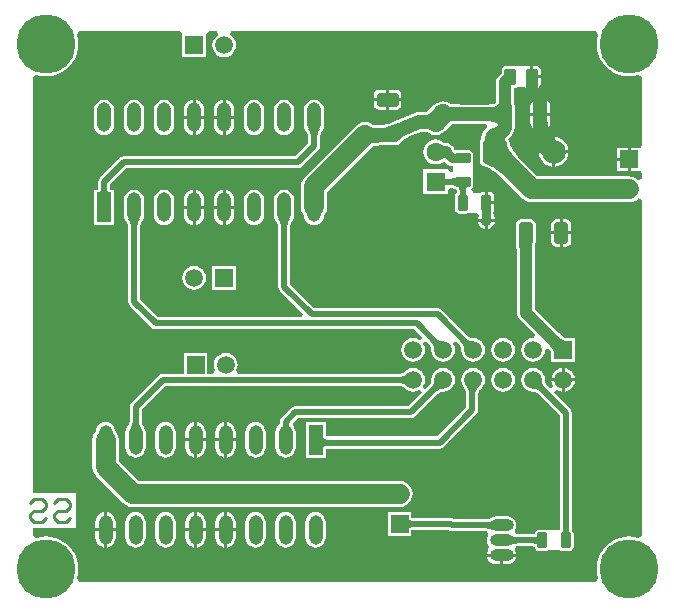
<source format=gbl>
G04 Layer_Physical_Order=2*
G04 Layer_Color=16711680*
%FSLAX44Y44*%
%MOMM*%
G71*
G01*
G75*
G04:AMPARAMS|DCode=10|XSize=1.3mm|YSize=0.8mm|CornerRadius=0.1mm|HoleSize=0mm|Usage=FLASHONLY|Rotation=180.000|XOffset=0mm|YOffset=0mm|HoleType=Round|Shape=RoundedRectangle|*
%AMROUNDEDRECTD10*
21,1,1.3000,0.6000,0,0,180.0*
21,1,1.1000,0.8000,0,0,180.0*
1,1,0.2000,-0.5500,0.3000*
1,1,0.2000,0.5500,0.3000*
1,1,0.2000,0.5500,-0.3000*
1,1,0.2000,-0.5500,-0.3000*
%
%ADD10ROUNDEDRECTD10*%
%ADD12C,1.0000*%
%ADD14C,0.5000*%
%ADD15C,1.7000*%
%ADD16C,0.2540*%
%ADD17C,5.0000*%
%ADD18C,1.6000*%
%ADD19R,1.6000X1.6000*%
%ADD20R,1.5000X1.5000*%
%ADD21C,1.5000*%
%ADD22C,2.0000*%
G04:AMPARAMS|DCode=23|XSize=2mm|YSize=2mm|CornerRadius=0.25mm|HoleSize=0mm|Usage=FLASHONLY|Rotation=0.000|XOffset=0mm|YOffset=0mm|HoleType=Round|Shape=RoundedRectangle|*
%AMROUNDEDRECTD23*
21,1,2.0000,1.5000,0,0,0.0*
21,1,1.5000,2.0000,0,0,0.0*
1,1,0.5000,0.7500,-0.7500*
1,1,0.5000,-0.7500,-0.7500*
1,1,0.5000,-0.7500,0.7500*
1,1,0.5000,0.7500,0.7500*
%
%ADD23ROUNDEDRECTD23*%
%ADD24O,2.0000X1.0000*%
%ADD25O,2.0000X1.0000*%
%ADD26O,1.2000X2.5000*%
%ADD27R,1.2000X2.5000*%
%ADD28R,1.5000X1.5000*%
%ADD29C,0.9000*%
G04:AMPARAMS|DCode=30|XSize=1.8mm|YSize=1.15mm|CornerRadius=0.1437mm|HoleSize=0mm|Usage=FLASHONLY|Rotation=270.000|XOffset=0mm|YOffset=0mm|HoleType=Round|Shape=RoundedRectangle|*
%AMROUNDEDRECTD30*
21,1,1.8000,0.8625,0,0,270.0*
21,1,1.5125,1.1500,0,0,270.0*
1,1,0.2875,-0.4313,-0.7562*
1,1,0.2875,-0.4313,0.7562*
1,1,0.2875,0.4313,0.7562*
1,1,0.2875,0.4313,-0.7562*
%
%ADD30ROUNDEDRECTD30*%
G04:AMPARAMS|DCode=31|XSize=1.3mm|YSize=0.8mm|CornerRadius=0.1mm|HoleSize=0mm|Usage=FLASHONLY|Rotation=270.000|XOffset=0mm|YOffset=0mm|HoleType=Round|Shape=RoundedRectangle|*
%AMROUNDEDRECTD31*
21,1,1.3000,0.6000,0,0,270.0*
21,1,1.1000,0.8000,0,0,270.0*
1,1,0.2000,-0.3000,-0.5500*
1,1,0.2000,-0.3000,0.5500*
1,1,0.2000,0.3000,0.5500*
1,1,0.2000,0.3000,-0.5500*
%
%ADD31ROUNDEDRECTD31*%
G04:AMPARAMS|DCode=32|XSize=1.4mm|YSize=1mm|CornerRadius=0.125mm|HoleSize=0mm|Usage=FLASHONLY|Rotation=270.000|XOffset=0mm|YOffset=0mm|HoleType=Round|Shape=RoundedRectangle|*
%AMROUNDEDRECTD32*
21,1,1.4000,0.7500,0,0,270.0*
21,1,1.1500,1.0000,0,0,270.0*
1,1,0.2500,-0.3750,-0.5750*
1,1,0.2500,-0.3750,0.5750*
1,1,0.2500,0.3750,0.5750*
1,1,0.2500,0.3750,-0.5750*
%
%ADD32ROUNDEDRECTD32*%
G04:AMPARAMS|DCode=33|XSize=1.8mm|YSize=1.15mm|CornerRadius=0.1437mm|HoleSize=0mm|Usage=FLASHONLY|Rotation=0.000|XOffset=0mm|YOffset=0mm|HoleType=Round|Shape=RoundedRectangle|*
%AMROUNDEDRECTD33*
21,1,1.8000,0.8625,0,0,0.0*
21,1,1.5125,1.1500,0,0,0.0*
1,1,0.2875,0.7562,-0.4313*
1,1,0.2875,-0.7562,-0.4313*
1,1,0.2875,-0.7562,0.4313*
1,1,0.2875,0.7562,0.4313*
%
%ADD33ROUNDEDRECTD33*%
%ADD34C,0.8000*%
%ADD35C,1.1500*%
G36*
X337071Y397323D02*
X335444Y396600D01*
X331265Y394403D01*
X330107Y393661D01*
X329066Y392915D01*
X328143Y392164D01*
X327337Y391408D01*
X326648Y390648D01*
X326077Y389883D01*
X317500Y395768D01*
Y389460D01*
X315088Y389451D01*
X304109Y388751D01*
X303775Y388585D01*
Y401835D01*
X304109Y401669D01*
X304673Y401520D01*
X305468Y401389D01*
X306494Y401275D01*
X310958Y401039D01*
X311557Y401031D01*
X312657Y401138D01*
X314142Y401364D01*
X317365Y402087D01*
X319102Y402584D01*
X324817Y404618D01*
X326890Y405477D01*
X337071Y397323D01*
D02*
G37*
G36*
X421806Y429687D02*
X422317Y421140D01*
X422438Y420862D01*
X411473D01*
Y404173D01*
X411014Y404710D01*
X410392Y405191D01*
X409607Y405615D01*
X408659Y405982D01*
X407548Y406293D01*
X406275Y406548D01*
X404839Y406746D01*
X401478Y406972D01*
X399553Y407000D01*
Y418500D01*
X401478Y418528D01*
X404839Y418754D01*
X406275Y418952D01*
X407548Y419207D01*
X408659Y419518D01*
X409607Y419885D01*
X410392Y420309D01*
X411014Y420790D01*
X411252Y421068D01*
X411283Y421140D01*
X411391Y421594D01*
X411487Y422224D01*
X411640Y424010D01*
X411793Y429687D01*
X411800Y431545D01*
X421800D01*
X421806Y429687D01*
D02*
G37*
G36*
X370717Y418714D02*
X371271Y418669D01*
X374942Y418566D01*
X387750Y418500D01*
Y407000D01*
X370497Y406736D01*
Y418764D01*
X370717Y418714D01*
D02*
G37*
G36*
X420866Y397094D02*
X420075Y396289D01*
X417698Y393568D01*
X417300Y393013D01*
X416981Y392507D01*
X416740Y392051D01*
X416577Y391644D01*
X416493Y391288D01*
X406928Y400853D01*
X407284Y400937D01*
X407691Y401100D01*
X408147Y401341D01*
X408653Y401660D01*
X409208Y402059D01*
X410469Y403090D01*
X411929Y404436D01*
X412734Y405226D01*
X420866Y397094D01*
D02*
G37*
G36*
X418298Y387870D02*
X418883Y386220D01*
X419649Y384514D01*
X420597Y382750D01*
X421727Y380930D01*
X423040Y379054D01*
X426210Y375131D01*
X428068Y373085D01*
X430108Y370982D01*
X418088Y358961D01*
X415985Y361001D01*
X410016Y366030D01*
X408139Y367342D01*
X406320Y368473D01*
X404556Y369421D01*
X402850Y370187D01*
X401200Y370771D01*
X399606Y371174D01*
X417896Y389464D01*
X418298Y387870D01*
D02*
G37*
G36*
X353039Y399601D02*
X352694Y399800D01*
X352217Y399978D01*
X351609Y400136D01*
X350870Y400272D01*
X348997Y400482D01*
X346599Y400608D01*
X343676Y400650D01*
Y412150D01*
X345203Y412160D01*
X350870Y412528D01*
X351609Y412664D01*
X352217Y412822D01*
X352694Y413000D01*
X353039Y413199D01*
Y399601D01*
D02*
G37*
G36*
X495485Y479921D02*
X494725Y476755D01*
X494385Y472440D01*
X494725Y468125D01*
X495735Y463916D01*
X497392Y459917D01*
X499653Y456226D01*
X502464Y452934D01*
X505756Y450123D01*
X509447Y447862D01*
X513446Y446205D01*
X517655Y445195D01*
X521970Y444855D01*
X526285Y445195D01*
X529922Y446068D01*
X532922Y444543D01*
Y387312D01*
X532010Y384690D01*
X529922Y384690D01*
X523240D01*
Y374650D01*
Y364610D01*
X529922D01*
X532010Y364610D01*
X532922Y361988D01*
Y357975D01*
X529922Y356956D01*
X529815Y357095D01*
X527518Y358858D01*
X524842Y359967D01*
X521970Y360345D01*
X444415D01*
X429892Y374869D01*
X428147Y376791D01*
X425078Y380587D01*
X423856Y382334D01*
X422805Y384027D01*
X421937Y385641D01*
X421251Y387169D01*
X420741Y388609D01*
X420367Y390088D01*
X420341Y390144D01*
X420280Y390451D01*
X419985Y390891D01*
X419940Y390986D01*
X419894Y391027D01*
X419469Y391664D01*
X419699Y391984D01*
X421820Y394413D01*
X422684Y395276D01*
X424006Y396999D01*
X424837Y399006D01*
X425121Y401160D01*
Y405158D01*
X425127Y405187D01*
Y420312D01*
X424830Y421803D01*
X424365Y429607D01*
Y434927D01*
X425280D01*
X426743Y435218D01*
X427166Y435500D01*
X433822D01*
X434301Y435180D01*
X435780Y434886D01*
X438260D01*
Y444500D01*
Y454114D01*
X435780D01*
X434301Y453820D01*
X433822Y453500D01*
X427166D01*
X426743Y453782D01*
X425280Y454073D01*
X417780D01*
X416317Y453782D01*
X415076Y452954D01*
X414247Y451713D01*
X413956Y450250D01*
Y447625D01*
X411451Y445119D01*
X410249Y443552D01*
X409493Y441728D01*
X409235Y439770D01*
Y429375D01*
X409094Y424153D01*
X408955Y422525D01*
X408939Y422422D01*
X408536Y422204D01*
X407853Y421939D01*
X406954Y421687D01*
X405851Y421467D01*
X404579Y421292D01*
X401373Y421076D01*
X401048Y421071D01*
X383448D01*
X374984Y421115D01*
X371532Y421212D01*
X370037Y422359D01*
X367361Y423467D01*
X364490Y423845D01*
X361618Y423467D01*
X358942Y422359D01*
X356645Y420595D01*
X351255Y415205D01*
X351058Y415154D01*
X350555Y415062D01*
X345302Y414721D01*
X343676D01*
X343089Y414644D01*
X342497Y414637D01*
X342017Y414503D01*
X341522Y414438D01*
X340975Y414211D01*
X340405Y414051D01*
X324062Y407065D01*
X323901Y406998D01*
X318323Y405013D01*
X316735Y404558D01*
X313671Y403870D01*
X312342Y403668D01*
X311450Y403582D01*
X311040Y403587D01*
X306702Y403816D01*
X305816Y403914D01*
X305206Y404015D01*
X305012Y404066D01*
X304913Y404116D01*
X304913Y404116D01*
X303997Y404818D01*
X301322Y405927D01*
X298450Y406305D01*
X295578Y405927D01*
X292903Y404818D01*
X290605Y403055D01*
X247425Y359875D01*
X245662Y357577D01*
X244553Y354901D01*
X244175Y352030D01*
Y334010D01*
X244553Y331138D01*
X245662Y328462D01*
X246760Y327032D01*
X246989Y325291D01*
X247845Y323223D01*
X249208Y321448D01*
X250983Y320085D01*
X253051Y319229D01*
X255270Y318937D01*
X257489Y319229D01*
X259557Y320085D01*
X261332Y321448D01*
X262695Y323223D01*
X263551Y325291D01*
X263780Y327032D01*
X264879Y328462D01*
X265987Y331138D01*
X266365Y334010D01*
Y347434D01*
X305197Y386266D01*
X314865Y386883D01*
X325062D01*
X326599Y387188D01*
X327323Y387672D01*
X327380Y387692D01*
X327419Y387727D01*
X327467Y387746D01*
X327538Y387816D01*
X327901Y388059D01*
X328074Y388317D01*
X328119Y388358D01*
X328618Y389026D01*
X329156Y389619D01*
X329821Y390243D01*
X330615Y390888D01*
X331538Y391550D01*
X332548Y392197D01*
X336556Y394305D01*
X336654Y394348D01*
X345375Y398076D01*
X346514Y398060D01*
X348788Y397941D01*
X350496Y397749D01*
X351058Y397646D01*
X351449Y397544D01*
X351602Y397487D01*
X351765Y397393D01*
X351843Y397367D01*
X352593Y396791D01*
X355268Y395683D01*
X358140Y395305D01*
X361012Y395683D01*
X363687Y396791D01*
X365985Y398555D01*
X371634Y404204D01*
X386317Y404429D01*
X401048D01*
X401482Y403366D01*
X401685Y401396D01*
X400224Y400275D01*
X398461Y397977D01*
X397353Y395302D01*
X396975Y392430D01*
Y392111D01*
X396965Y392105D01*
X395860Y390451D01*
X395472Y388500D01*
Y373500D01*
X395860Y371549D01*
X396965Y369895D01*
X398042Y369175D01*
X398084Y369129D01*
X398178Y369084D01*
X398619Y368790D01*
X398926Y368729D01*
X398982Y368702D01*
X400461Y368329D01*
X401901Y367819D01*
X403429Y367133D01*
X405042Y366265D01*
X406735Y365214D01*
X408461Y364007D01*
X414245Y359134D01*
X431974Y341405D01*
X434272Y339641D01*
X436948Y338533D01*
X439820Y338155D01*
X521970D01*
X524842Y338533D01*
X527518Y339641D01*
X529815Y341405D01*
X529922Y341544D01*
X532922Y340525D01*
Y55837D01*
X529922Y54312D01*
X526285Y55185D01*
X521970Y55525D01*
X517655Y55185D01*
X513446Y54175D01*
X509447Y52518D01*
X505756Y50257D01*
X502464Y47446D01*
X499653Y44154D01*
X497392Y40463D01*
X495735Y36464D01*
X494725Y32255D01*
X494385Y27940D01*
X494725Y23625D01*
X495576Y20079D01*
X494007Y17079D01*
X55903D01*
X54334Y20079D01*
X55185Y23625D01*
X55525Y27940D01*
X55185Y32255D01*
X54175Y36464D01*
X52518Y40463D01*
X50257Y44154D01*
X47446Y47446D01*
X44154Y50257D01*
X40463Y52518D01*
X36464Y54175D01*
X32255Y55185D01*
X27940Y55525D01*
X23625Y55185D01*
X20079Y54334D01*
X17079Y55903D01*
Y62270D01*
X53300D01*
Y92344D01*
X17079D01*
Y444477D01*
X20079Y446046D01*
X23625Y445195D01*
X27940Y444855D01*
X32255Y445195D01*
X36464Y446205D01*
X40463Y447862D01*
X44154Y450123D01*
X47446Y452934D01*
X50257Y456226D01*
X52518Y459917D01*
X54175Y463916D01*
X55185Y468125D01*
X55525Y472440D01*
X55185Y476755D01*
X54425Y479921D01*
X56179Y482921D01*
X141396D01*
X143670Y481170D01*
X143670Y479921D01*
Y461170D01*
X163670D01*
Y479921D01*
X163670Y481170D01*
X165944Y482921D01*
X173470D01*
X174067Y479921D01*
X174027Y479905D01*
X171938Y478302D01*
X170335Y476213D01*
X169327Y473781D01*
X168984Y471170D01*
X169327Y468559D01*
X170335Y466127D01*
X171938Y464038D01*
X174027Y462435D01*
X176460Y461427D01*
X179070Y461084D01*
X181681Y461427D01*
X184113Y462435D01*
X186202Y464038D01*
X187805Y466127D01*
X188813Y468559D01*
X189156Y471170D01*
X188813Y473781D01*
X187805Y476213D01*
X186202Y478302D01*
X184113Y479905D01*
X184073Y479921D01*
X184670Y482921D01*
X493731D01*
X495485Y479921D01*
D02*
G37*
%LPC*%
G36*
X415290Y198046D02*
X412679Y197703D01*
X410247Y196695D01*
X408158Y195092D01*
X406555Y193003D01*
X405547Y190571D01*
X405204Y187960D01*
X405547Y185350D01*
X406555Y182917D01*
X408158Y180828D01*
X410247Y179225D01*
X412679Y178217D01*
X415290Y177874D01*
X417901Y178217D01*
X420333Y179225D01*
X422422Y180828D01*
X424025Y182917D01*
X425033Y185350D01*
X425376Y187960D01*
X425033Y190571D01*
X424025Y193003D01*
X422422Y195092D01*
X420333Y196695D01*
X417901Y197703D01*
X415290Y198046D01*
D02*
G37*
G36*
X408093Y321564D02*
X402430D01*
Y315900D01*
X402998Y315975D01*
X404710Y316685D01*
X406181Y317813D01*
X407309Y319284D01*
X408019Y320996D01*
X408093Y321564D01*
D02*
G37*
G36*
X440690Y198046D02*
X438079Y197703D01*
X435647Y196695D01*
X433558Y195092D01*
X431955Y193003D01*
X430947Y190571D01*
X430604Y187960D01*
X430947Y185350D01*
X431955Y182917D01*
X433558Y180828D01*
X435647Y179225D01*
X438079Y178217D01*
X440690Y177874D01*
X440920Y177904D01*
X441319Y177889D01*
X441844Y177820D01*
X442370Y177701D01*
X442904Y177527D01*
X443448Y177296D01*
X444006Y177004D01*
X444576Y176646D01*
X445160Y176218D01*
X445542Y175899D01*
X463372Y158068D01*
Y62200D01*
X463324Y61445D01*
X463260Y60963D01*
X463186Y60570D01*
X453280D01*
X452836Y60867D01*
X451470Y61139D01*
X445470D01*
X444104Y60867D01*
X442947Y60093D01*
X442173Y58936D01*
X441902Y57570D01*
Y57396D01*
X441888Y57391D01*
X441508Y57289D01*
X440972Y57201D01*
X440600Y57168D01*
X427292D01*
X426874Y57186D01*
X426317Y57251D01*
X426049Y57550D01*
X425287Y59091D01*
X425163Y59685D01*
X425177Y60173D01*
X425272Y60591D01*
X425277Y60604D01*
X425571Y60988D01*
X426327Y62812D01*
X426585Y64770D01*
X426327Y66728D01*
X425571Y68552D01*
X424369Y70119D01*
X422802Y71321D01*
X420978Y72077D01*
X419020Y72335D01*
X409020D01*
X407062Y72077D01*
X405631Y71484D01*
X405538Y71466D01*
X405460Y71413D01*
X405238Y71321D01*
X405115Y71227D01*
X405053Y71200D01*
X404643Y70913D01*
X404286Y70706D01*
X403886Y70516D01*
X403438Y70344D01*
X402940Y70192D01*
X402391Y70063D01*
X401822Y69965D01*
X400762Y69868D01*
X374111D01*
X372791Y70750D01*
X370840Y71138D01*
X339011D01*
X338639Y71171D01*
X338103Y71259D01*
X337723Y71361D01*
X337660Y71387D01*
Y76040D01*
X317660D01*
Y56040D01*
X337660D01*
Y60693D01*
X337723Y60719D01*
X338103Y60821D01*
X338639Y60909D01*
X339011Y60942D01*
X368839D01*
X370159Y60060D01*
X372110Y59672D01*
X400748D01*
X401166Y59654D01*
X401723Y59589D01*
X401992Y59290D01*
X402753Y57749D01*
X402877Y57155D01*
X402863Y56667D01*
X402768Y56249D01*
X402763Y56236D01*
X402469Y55852D01*
X401713Y54028D01*
X401455Y52070D01*
X401713Y50112D01*
X402469Y48288D01*
X403671Y46721D01*
X402780Y43623D01*
X402434Y43172D01*
X401674Y41338D01*
X401582Y40640D01*
X426458D01*
X426366Y41338D01*
X425606Y43172D01*
X425314Y43553D01*
X425312Y43558D01*
X425228Y43904D01*
X425204Y44424D01*
X425310Y44983D01*
X426073Y46573D01*
X426362Y46888D01*
X427278Y46972D01*
X440600D01*
X440972Y46939D01*
X441508Y46851D01*
X441888Y46749D01*
X441902Y46743D01*
Y46570D01*
X442173Y45204D01*
X442947Y44047D01*
X444104Y43273D01*
X445470Y43001D01*
X451470D01*
X452836Y43273D01*
X453280Y43570D01*
X463660D01*
X464104Y43273D01*
X465470Y43001D01*
X471470D01*
X472836Y43273D01*
X473993Y44047D01*
X474767Y45204D01*
X475038Y46570D01*
Y57570D01*
X474767Y58936D01*
X473993Y60093D01*
X473870Y60176D01*
X473832Y60276D01*
X473756Y60561D01*
X473691Y60904D01*
X473568Y62364D01*
Y160180D01*
X473180Y162131D01*
X472075Y163785D01*
X458552Y177307D01*
X460534Y179568D01*
X461027Y179190D01*
X463469Y178178D01*
X464820Y178001D01*
Y186690D01*
X456131D01*
X456308Y185339D01*
X457320Y182897D01*
X457698Y182404D01*
X455438Y180422D01*
X452751Y183108D01*
X452432Y183489D01*
X452005Y184074D01*
X451646Y184645D01*
X451354Y185202D01*
X451123Y185746D01*
X450949Y186280D01*
X450830Y186806D01*
X450761Y187331D01*
X450746Y187730D01*
X450776Y187960D01*
X450433Y190571D01*
X449425Y193003D01*
X447822Y195092D01*
X445733Y196695D01*
X443301Y197703D01*
X440690Y198046D01*
D02*
G37*
G36*
X399890Y321564D02*
X394226D01*
X394301Y320996D01*
X395011Y319284D01*
X396139Y317813D01*
X397610Y316685D01*
X399322Y315975D01*
X399890Y315900D01*
Y321564D01*
D02*
G37*
G36*
X476049Y186690D02*
X467360D01*
Y178001D01*
X468711Y178178D01*
X471153Y179190D01*
X473251Y180799D01*
X474860Y182897D01*
X475872Y185339D01*
X476049Y186690D01*
D02*
G37*
G36*
X389890Y198046D02*
X387280Y197703D01*
X384847Y196695D01*
X382758Y195092D01*
X381155Y193003D01*
X380147Y190571D01*
X379804Y187960D01*
X380147Y185350D01*
X381155Y182917D01*
X382002Y181814D01*
X382099Y181616D01*
X382512Y181076D01*
X382827Y180587D01*
X383108Y180064D01*
X383356Y179503D01*
X383569Y178902D01*
X383748Y178257D01*
X383890Y177566D01*
X383993Y176828D01*
X384030Y176370D01*
Y164418D01*
X359635Y140022D01*
X266392D01*
X266019Y140055D01*
X265483Y140144D01*
X265103Y140246D01*
X265040Y140271D01*
Y152160D01*
X248040D01*
Y122160D01*
X265040D01*
Y129578D01*
X265103Y129603D01*
X265483Y129705D01*
X266019Y129794D01*
X266392Y129826D01*
X361746D01*
X363697Y130214D01*
X365351Y131320D01*
X392733Y158701D01*
X393838Y160355D01*
X394226Y162306D01*
Y175742D01*
X394275Y176259D01*
X394390Y176951D01*
X394545Y177572D01*
X394735Y178126D01*
X394957Y178617D01*
X395209Y179052D01*
X395491Y179440D01*
X395807Y179788D01*
X396262Y180193D01*
X396356Y180317D01*
X397022Y180828D01*
X398625Y182917D01*
X399633Y185350D01*
X399976Y187960D01*
X399633Y190571D01*
X398625Y193003D01*
X397022Y195092D01*
X394933Y196695D01*
X392500Y197703D01*
X389890Y198046D01*
D02*
G37*
G36*
X153670Y152107D02*
X152711Y151980D01*
X150633Y151120D01*
X148849Y149751D01*
X147480Y147967D01*
X146620Y145889D01*
X146326Y143660D01*
Y138430D01*
X153670D01*
Y152107D01*
D02*
G37*
G36*
X188954Y135890D02*
X181610D01*
Y122213D01*
X182569Y122340D01*
X184647Y123200D01*
X186431Y124569D01*
X187800Y126353D01*
X188660Y128431D01*
X188954Y130660D01*
Y135890D01*
D02*
G37*
G36*
X156210Y152107D02*
Y138430D01*
X163554D01*
Y143660D01*
X163260Y145889D01*
X162400Y147967D01*
X161031Y149751D01*
X159247Y151120D01*
X157169Y151980D01*
X156210Y152107D01*
D02*
G37*
G36*
X181610D02*
Y138430D01*
X188954D01*
Y143660D01*
X188660Y145889D01*
X187800Y147967D01*
X186431Y149751D01*
X184647Y151120D01*
X182569Y151980D01*
X181610Y152107D01*
D02*
G37*
G36*
X179070D02*
X178111Y151980D01*
X176033Y151120D01*
X174249Y149751D01*
X172880Y147967D01*
X172020Y145889D01*
X171726Y143660D01*
Y138430D01*
X179070D01*
Y152107D01*
D02*
G37*
G36*
X229870Y349083D02*
X227651Y348791D01*
X225583Y347935D01*
X223808Y346572D01*
X222445Y344797D01*
X221589Y342729D01*
X221297Y340510D01*
Y327510D01*
X221589Y325291D01*
X222445Y323223D01*
X222782Y322785D01*
X222859Y322627D01*
X223279Y322079D01*
X223605Y321589D01*
X223889Y321087D01*
X224134Y320573D01*
X224341Y320043D01*
X224511Y319496D01*
X224645Y318928D01*
X224741Y318337D01*
X224772Y318013D01*
Y266700D01*
X225160Y264749D01*
X226265Y263095D01*
X245779Y243582D01*
X244631Y240810D01*
X123270D01*
X107968Y256112D01*
Y318013D01*
X107999Y318337D01*
X108095Y318928D01*
X108229Y319496D01*
X108399Y320043D01*
X108606Y320573D01*
X108851Y321087D01*
X109135Y321589D01*
X109461Y322079D01*
X109881Y322627D01*
X109958Y322785D01*
X110295Y323223D01*
X111151Y325291D01*
X111443Y327510D01*
Y340510D01*
X111151Y342729D01*
X110295Y344797D01*
X108932Y346572D01*
X107157Y347935D01*
X105089Y348791D01*
X102870Y349083D01*
X100651Y348791D01*
X98583Y347935D01*
X96808Y346572D01*
X95445Y344797D01*
X94589Y342729D01*
X94297Y340510D01*
Y327510D01*
X94589Y325291D01*
X95445Y323223D01*
X95781Y322785D01*
X95859Y322627D01*
X96279Y322079D01*
X96605Y321589D01*
X96889Y321087D01*
X97134Y320573D01*
X97341Y320043D01*
X97511Y319496D01*
X97645Y318928D01*
X97741Y318337D01*
X97772Y318013D01*
Y254000D01*
X98160Y252049D01*
X99265Y250395D01*
X117553Y232107D01*
X119207Y231002D01*
X121158Y230614D01*
X340026D01*
X346845Y223796D01*
X344863Y221535D01*
X344133Y222095D01*
X341701Y223103D01*
X339090Y223446D01*
X336479Y223103D01*
X334047Y222095D01*
X331958Y220492D01*
X330355Y218403D01*
X329347Y215970D01*
X329004Y213360D01*
X329347Y210749D01*
X330355Y208317D01*
X331958Y206228D01*
X334047Y204625D01*
X336479Y203617D01*
X339090Y203274D01*
X341701Y203617D01*
X344133Y204625D01*
X346222Y206228D01*
X347825Y208317D01*
X348833Y210749D01*
X349176Y213360D01*
X348833Y215970D01*
X347825Y218403D01*
X347265Y219132D01*
X349526Y221115D01*
X352429Y218212D01*
X352748Y217831D01*
X353176Y217246D01*
X353534Y216675D01*
X353826Y216118D01*
X354057Y215574D01*
X354231Y215040D01*
X354351Y214514D01*
X354419Y213989D01*
X354434Y213590D01*
X354404Y213360D01*
X354747Y210749D01*
X355755Y208317D01*
X357358Y206228D01*
X359447Y204625D01*
X361880Y203617D01*
X364490Y203274D01*
X367100Y203617D01*
X369533Y204625D01*
X371622Y206228D01*
X373225Y208317D01*
X374233Y210749D01*
X374576Y213360D01*
X374233Y215970D01*
X373225Y218403D01*
X372665Y219132D01*
X374926Y221115D01*
X377829Y218212D01*
X378148Y217831D01*
X378576Y217246D01*
X378934Y216675D01*
X379226Y216118D01*
X379457Y215574D01*
X379631Y215040D01*
X379751Y214514D01*
X379819Y213989D01*
X379834Y213590D01*
X379804Y213360D01*
X380147Y210749D01*
X381155Y208317D01*
X382758Y206228D01*
X384847Y204625D01*
X387280Y203617D01*
X389890Y203274D01*
X392500Y203617D01*
X394933Y204625D01*
X397022Y206228D01*
X398625Y208317D01*
X399633Y210749D01*
X399976Y213360D01*
X399633Y215970D01*
X398625Y218403D01*
X397022Y220492D01*
X394933Y222095D01*
X392500Y223103D01*
X389890Y223446D01*
X389660Y223416D01*
X389261Y223431D01*
X388736Y223500D01*
X388210Y223619D01*
X387676Y223793D01*
X387132Y224024D01*
X386575Y224316D01*
X386004Y224674D01*
X385420Y225102D01*
X385038Y225421D01*
X363523Y246937D01*
X361869Y248042D01*
X359918Y248430D01*
X255350D01*
X234968Y268812D01*
Y318013D01*
X234999Y318337D01*
X235095Y318928D01*
X235229Y319496D01*
X235399Y320043D01*
X235606Y320573D01*
X235851Y321087D01*
X236135Y321589D01*
X236461Y322079D01*
X236880Y322627D01*
X236959Y322785D01*
X237295Y323223D01*
X238151Y325291D01*
X238443Y327510D01*
Y340510D01*
X238151Y342729D01*
X237295Y344797D01*
X235932Y346572D01*
X234157Y347935D01*
X232089Y348791D01*
X229870Y349083D01*
D02*
G37*
G36*
X438892Y323997D02*
X430267D01*
X428731Y323691D01*
X427429Y322821D01*
X426558Y321519D01*
X426253Y319982D01*
Y304858D01*
X426549Y303367D01*
X427015Y295563D01*
Y244870D01*
X427273Y242912D01*
X428029Y241088D01*
X429231Y239521D01*
X442521Y226231D01*
X441119Y223390D01*
X440690Y223446D01*
X438079Y223103D01*
X435647Y222095D01*
X433558Y220492D01*
X431955Y218403D01*
X430947Y215970D01*
X430604Y213360D01*
X430947Y210749D01*
X431955Y208317D01*
X433558Y206228D01*
X435647Y204625D01*
X438079Y203617D01*
X440690Y203274D01*
X443301Y203617D01*
X445733Y204625D01*
X447822Y206228D01*
X449425Y208317D01*
X450433Y210749D01*
X450776Y213360D01*
X453242Y214767D01*
X453611Y214812D01*
X454607Y213568D01*
X455629Y212103D01*
X456090Y211299D01*
Y203360D01*
X476090D01*
Y223360D01*
X468152D01*
X467347Y223821D01*
X465910Y224823D01*
X462385Y227809D01*
X461056Y229092D01*
X442145Y248004D01*
Y295795D01*
X442285Y301017D01*
X442425Y302645D01*
X442492Y303088D01*
X442518Y303197D01*
X442601Y303321D01*
X442907Y304858D01*
Y319982D01*
X442601Y321519D01*
X441731Y322821D01*
X440429Y323691D01*
X438892Y323997D01*
D02*
G37*
G36*
X415290Y223446D02*
X412679Y223103D01*
X410247Y222095D01*
X408158Y220492D01*
X406555Y218403D01*
X405547Y215970D01*
X405204Y213360D01*
X405547Y210749D01*
X406555Y208317D01*
X408158Y206228D01*
X410247Y204625D01*
X412679Y203617D01*
X415290Y203274D01*
X417901Y203617D01*
X420333Y204625D01*
X422422Y206228D01*
X424025Y208317D01*
X425033Y210749D01*
X425376Y213360D01*
X425033Y215970D01*
X424025Y218403D01*
X422422Y220492D01*
X420333Y222095D01*
X417901Y223103D01*
X415290Y223446D01*
D02*
G37*
G36*
X463310Y311150D02*
X456212D01*
Y304858D01*
X456521Y303306D01*
X457400Y301990D01*
X458716Y301111D01*
X460268Y300802D01*
X463310D01*
Y311150D01*
D02*
G37*
G36*
X189070Y284320D02*
X169070D01*
Y264320D01*
X189070D01*
Y284320D01*
D02*
G37*
G36*
X153670Y284406D02*
X151060Y284063D01*
X148627Y283055D01*
X146538Y281452D01*
X144935Y279363D01*
X143927Y276931D01*
X143584Y274320D01*
X143927Y271709D01*
X144935Y269277D01*
X146538Y267188D01*
X148627Y265585D01*
X151060Y264577D01*
X153670Y264234D01*
X156280Y264577D01*
X158713Y265585D01*
X160802Y267188D01*
X162405Y269277D01*
X163413Y271709D01*
X163756Y274320D01*
X163413Y276931D01*
X162405Y279363D01*
X160802Y281452D01*
X158713Y283055D01*
X156280Y284063D01*
X153670Y284406D01*
D02*
G37*
G36*
X467360Y197919D02*
Y189230D01*
X476049D01*
X475872Y190581D01*
X474860Y193023D01*
X473251Y195121D01*
X471153Y196730D01*
X468711Y197742D01*
X467360Y197919D01*
D02*
G37*
G36*
X464820D02*
X463469Y197742D01*
X461027Y196730D01*
X458929Y195121D01*
X457320Y193023D01*
X456308Y190581D01*
X456131Y189230D01*
X464820D01*
Y197919D01*
D02*
G37*
G36*
X468893Y324038D02*
X465850D01*
Y313690D01*
X472948D01*
Y319982D01*
X472639Y321534D01*
X471760Y322850D01*
X470445Y323729D01*
X468893Y324038D01*
D02*
G37*
G36*
X180340Y210746D02*
X177729Y210403D01*
X175297Y209395D01*
X173208Y207792D01*
X171605Y205703D01*
X170597Y203270D01*
X170254Y200660D01*
X170597Y198050D01*
X171422Y196058D01*
X170809Y194497D01*
X169787Y193058D01*
X164940D01*
Y210660D01*
X144940D01*
Y193058D01*
X127000D01*
X125049Y192670D01*
X123395Y191565D01*
X100535Y168705D01*
X99430Y167051D01*
X99042Y165100D01*
Y153157D01*
X99011Y152833D01*
X98915Y152242D01*
X98781Y151674D01*
X98611Y151127D01*
X98404Y150597D01*
X98159Y150083D01*
X97875Y149581D01*
X97549Y149091D01*
X97129Y148543D01*
X97051Y148385D01*
X96715Y147947D01*
X95859Y145879D01*
X95567Y143660D01*
Y130660D01*
X95859Y128441D01*
X96715Y126373D01*
X98078Y124598D01*
X99853Y123235D01*
X101921Y122379D01*
X104140Y122087D01*
X106359Y122379D01*
X108427Y123235D01*
X110202Y124598D01*
X111565Y126373D01*
X112421Y128441D01*
X112713Y130660D01*
Y143660D01*
X112421Y145879D01*
X111565Y147947D01*
X111229Y148385D01*
X111151Y148543D01*
X110731Y149091D01*
X110405Y149581D01*
X110121Y150083D01*
X109876Y150597D01*
X109669Y151126D01*
X109499Y151674D01*
X109365Y152242D01*
X109269Y152833D01*
X109238Y153157D01*
Y162988D01*
X129112Y182862D01*
X327131D01*
X327626Y182818D01*
X328342Y182708D01*
X328999Y182557D01*
X329599Y182370D01*
X330147Y182148D01*
X330647Y181894D01*
X331105Y181606D01*
X331524Y181284D01*
X331817Y181012D01*
X331958Y180828D01*
X334047Y179225D01*
X336479Y178217D01*
X339090Y177874D01*
X341701Y178217D01*
X344133Y179225D01*
X344862Y179785D01*
X346845Y177524D01*
X334946Y165626D01*
X239268D01*
X237317Y165238D01*
X235663Y164133D01*
X227535Y156005D01*
X226430Y154351D01*
X226042Y152400D01*
Y150462D01*
X225078Y149722D01*
X223715Y147947D01*
X222859Y145879D01*
X222567Y143660D01*
Y130660D01*
X222859Y128441D01*
X223715Y126373D01*
X225078Y124598D01*
X226853Y123235D01*
X228921Y122379D01*
X231140Y122087D01*
X233359Y122379D01*
X235427Y123235D01*
X237202Y124598D01*
X238565Y126373D01*
X239421Y128441D01*
X239713Y130660D01*
Y143660D01*
X239421Y145879D01*
X238565Y147947D01*
X237202Y149722D01*
X237108Y151159D01*
X241380Y155430D01*
X337058D01*
X339009Y155818D01*
X340663Y156923D01*
X359638Y175899D01*
X360019Y176218D01*
X360604Y176646D01*
X361175Y177004D01*
X361732Y177296D01*
X362276Y177527D01*
X362810Y177701D01*
X363336Y177820D01*
X363861Y177889D01*
X364260Y177904D01*
X364490Y177874D01*
X367100Y178217D01*
X369533Y179225D01*
X371622Y180828D01*
X373225Y182917D01*
X374233Y185350D01*
X374576Y187960D01*
X374233Y190571D01*
X373225Y193003D01*
X371622Y195092D01*
X369533Y196695D01*
X367100Y197703D01*
X364490Y198046D01*
X361880Y197703D01*
X359447Y196695D01*
X357358Y195092D01*
X355755Y193003D01*
X354747Y190571D01*
X354404Y187960D01*
X354434Y187730D01*
X354419Y187331D01*
X354351Y186806D01*
X354231Y186280D01*
X354057Y185746D01*
X353826Y185202D01*
X353534Y184645D01*
X353176Y184074D01*
X352748Y183490D01*
X352429Y183108D01*
X349526Y180205D01*
X347265Y182188D01*
X347825Y182917D01*
X348833Y185350D01*
X349176Y187960D01*
X348833Y190571D01*
X347825Y193003D01*
X346222Y195092D01*
X344133Y196695D01*
X341701Y197703D01*
X339090Y198046D01*
X336479Y197703D01*
X334047Y196695D01*
X331958Y195092D01*
X331817Y194908D01*
X331524Y194636D01*
X331105Y194314D01*
X330647Y194026D01*
X330148Y193772D01*
X329599Y193550D01*
X328999Y193363D01*
X328342Y193213D01*
X327626Y193102D01*
X327131Y193058D01*
X190893D01*
X189871Y194497D01*
X189258Y196058D01*
X190083Y198050D01*
X190426Y200660D01*
X190083Y203270D01*
X189075Y205703D01*
X187472Y207792D01*
X185383Y209395D01*
X182950Y210403D01*
X180340Y210746D01*
D02*
G37*
G36*
X472948Y311150D02*
X465850D01*
Y300802D01*
X468893D01*
X470445Y301111D01*
X471760Y301990D01*
X472639Y303306D01*
X472948Y304858D01*
Y311150D01*
D02*
G37*
G36*
X463310Y324038D02*
X460268D01*
X458716Y323729D01*
X457400Y322850D01*
X456521Y321534D01*
X456212Y319982D01*
Y313690D01*
X463310D01*
Y324038D01*
D02*
G37*
G36*
X179070Y135890D02*
X171726D01*
Y130660D01*
X172020Y128431D01*
X172880Y126353D01*
X174249Y124569D01*
X176033Y123200D01*
X178111Y122340D01*
X179070Y122213D01*
Y135890D01*
D02*
G37*
G36*
X87354Y59690D02*
X80010D01*
Y46013D01*
X80969Y46140D01*
X83047Y47000D01*
X84831Y48369D01*
X86200Y50153D01*
X87060Y52231D01*
X87354Y54460D01*
Y59690D01*
D02*
G37*
G36*
X77470D02*
X70126D01*
Y54460D01*
X70420Y52231D01*
X71280Y50153D01*
X72649Y48369D01*
X74433Y47000D01*
X76511Y46140D01*
X77470Y46013D01*
Y59690D01*
D02*
G37*
G36*
X256540Y76033D02*
X254321Y75741D01*
X252253Y74885D01*
X250478Y73522D01*
X249115Y71747D01*
X248259Y69679D01*
X247967Y67460D01*
Y54460D01*
X248259Y52241D01*
X249115Y50173D01*
X250478Y48398D01*
X252253Y47035D01*
X254321Y46179D01*
X256540Y45887D01*
X258759Y46179D01*
X260827Y47035D01*
X262602Y48398D01*
X263965Y50173D01*
X264821Y52241D01*
X265113Y54460D01*
Y67460D01*
X264821Y69679D01*
X263965Y71747D01*
X262602Y73522D01*
X260827Y74885D01*
X258759Y75741D01*
X256540Y76033D01*
D02*
G37*
G36*
X179070Y59690D02*
X171726D01*
Y54460D01*
X172020Y52231D01*
X172880Y50153D01*
X174249Y48369D01*
X176033Y47000D01*
X178111Y46140D01*
X179070Y46013D01*
Y59690D01*
D02*
G37*
G36*
X163554D02*
X156210D01*
Y46013D01*
X157169Y46140D01*
X159247Y47000D01*
X161031Y48369D01*
X162400Y50153D01*
X163260Y52231D01*
X163554Y54460D01*
Y59690D01*
D02*
G37*
G36*
X153670D02*
X146326D01*
Y54460D01*
X146620Y52231D01*
X147480Y50153D01*
X148849Y48369D01*
X150633Y47000D01*
X152711Y46140D01*
X153670Y46013D01*
Y59690D01*
D02*
G37*
G36*
X104140Y76033D02*
X101921Y75741D01*
X99853Y74885D01*
X98078Y73522D01*
X96715Y71747D01*
X95859Y69679D01*
X95567Y67460D01*
Y54460D01*
X95859Y52241D01*
X96715Y50173D01*
X98078Y48398D01*
X99853Y47035D01*
X101921Y46179D01*
X104140Y45887D01*
X106359Y46179D01*
X108427Y47035D01*
X110202Y48398D01*
X111565Y50173D01*
X112421Y52241D01*
X112713Y54460D01*
Y67460D01*
X112421Y69679D01*
X111565Y71747D01*
X110202Y73522D01*
X108427Y74885D01*
X106359Y75741D01*
X104140Y76033D01*
D02*
G37*
G36*
X426458Y38100D02*
X415290D01*
Y31765D01*
X419020D01*
X420988Y32024D01*
X422822Y32784D01*
X424398Y33992D01*
X425606Y35568D01*
X426366Y37402D01*
X426458Y38100D01*
D02*
G37*
G36*
X412750D02*
X401582D01*
X401674Y37402D01*
X402434Y35568D01*
X403642Y33992D01*
X405218Y32784D01*
X407052Y32024D01*
X409020Y31765D01*
X412750D01*
Y38100D01*
D02*
G37*
G36*
X231140Y76033D02*
X228921Y75741D01*
X226853Y74885D01*
X225078Y73522D01*
X223715Y71747D01*
X222859Y69679D01*
X222567Y67460D01*
Y54460D01*
X222859Y52241D01*
X223715Y50173D01*
X225078Y48398D01*
X226853Y47035D01*
X228921Y46179D01*
X231140Y45887D01*
X233359Y46179D01*
X235427Y47035D01*
X237202Y48398D01*
X238565Y50173D01*
X239421Y52241D01*
X239713Y54460D01*
Y67460D01*
X239421Y69679D01*
X238565Y71747D01*
X237202Y73522D01*
X235427Y74885D01*
X233359Y75741D01*
X231140Y76033D01*
D02*
G37*
G36*
X205740D02*
X203521Y75741D01*
X201453Y74885D01*
X199678Y73522D01*
X198315Y71747D01*
X197459Y69679D01*
X197167Y67460D01*
Y54460D01*
X197459Y52241D01*
X198315Y50173D01*
X199678Y48398D01*
X201453Y47035D01*
X203521Y46179D01*
X205740Y45887D01*
X207959Y46179D01*
X210027Y47035D01*
X211802Y48398D01*
X213165Y50173D01*
X214021Y52241D01*
X214313Y54460D01*
Y67460D01*
X214021Y69679D01*
X213165Y71747D01*
X211802Y73522D01*
X210027Y74885D01*
X207959Y75741D01*
X205740Y76033D01*
D02*
G37*
G36*
X129540D02*
X127321Y75741D01*
X125253Y74885D01*
X123478Y73522D01*
X122115Y71747D01*
X121259Y69679D01*
X120967Y67460D01*
Y54460D01*
X121259Y52241D01*
X122115Y50173D01*
X123478Y48398D01*
X125253Y47035D01*
X127321Y46179D01*
X129540Y45887D01*
X131759Y46179D01*
X133827Y47035D01*
X135602Y48398D01*
X136965Y50173D01*
X137821Y52241D01*
X138113Y54460D01*
Y67460D01*
X137821Y69679D01*
X136965Y71747D01*
X135602Y73522D01*
X133827Y74885D01*
X131759Y75741D01*
X129540Y76033D01*
D02*
G37*
G36*
Y152233D02*
X127321Y151941D01*
X125253Y151085D01*
X123478Y149722D01*
X122115Y147947D01*
X121259Y145879D01*
X120967Y143660D01*
Y130660D01*
X121259Y128441D01*
X122115Y126373D01*
X123478Y124598D01*
X125253Y123235D01*
X127321Y122379D01*
X129540Y122087D01*
X131759Y122379D01*
X133827Y123235D01*
X135602Y124598D01*
X136965Y126373D01*
X137821Y128441D01*
X138113Y130660D01*
Y143660D01*
X137821Y145879D01*
X136965Y147947D01*
X135602Y149722D01*
X133827Y151085D01*
X131759Y151941D01*
X129540Y152233D01*
D02*
G37*
G36*
X78740D02*
X76521Y151941D01*
X74453Y151085D01*
X72678Y149722D01*
X71315Y147947D01*
X70459Y145879D01*
X70230Y144138D01*
X69131Y142708D01*
X68023Y140032D01*
X67645Y137160D01*
Y114300D01*
X68023Y111428D01*
X69131Y108752D01*
X70895Y106455D01*
X93755Y83595D01*
X96053Y81832D01*
X98728Y80723D01*
X101600Y80345D01*
X327660D01*
X330532Y80723D01*
X333208Y81832D01*
X335505Y83595D01*
X337268Y85892D01*
X338377Y88568D01*
X338755Y91440D01*
X338377Y94312D01*
X337268Y96987D01*
X335505Y99285D01*
X333208Y101048D01*
X330532Y102157D01*
X327660Y102535D01*
X106196D01*
X89835Y118896D01*
Y137160D01*
X89457Y140032D01*
X88349Y142708D01*
X87250Y144138D01*
X87021Y145879D01*
X86165Y147947D01*
X84802Y149722D01*
X83027Y151085D01*
X80959Y151941D01*
X78740Y152233D01*
D02*
G37*
G36*
X181610Y75907D02*
Y62230D01*
X188954D01*
Y67460D01*
X188660Y69689D01*
X187800Y71767D01*
X186431Y73551D01*
X184647Y74920D01*
X182569Y75780D01*
X181610Y75907D01*
D02*
G37*
G36*
X163554Y135890D02*
X156210D01*
Y122213D01*
X157169Y122340D01*
X159247Y123200D01*
X161031Y124569D01*
X162400Y126353D01*
X163260Y128431D01*
X163554Y130660D01*
Y135890D01*
D02*
G37*
G36*
X153670D02*
X146326D01*
Y130660D01*
X146620Y128431D01*
X147480Y126353D01*
X148849Y124569D01*
X150633Y123200D01*
X152711Y122340D01*
X153670Y122213D01*
Y135890D01*
D02*
G37*
G36*
X205740Y152233D02*
X203521Y151941D01*
X201453Y151085D01*
X199678Y149722D01*
X198315Y147947D01*
X197459Y145879D01*
X197167Y143660D01*
Y130660D01*
X197459Y128441D01*
X198315Y126373D01*
X199678Y124598D01*
X201453Y123235D01*
X203521Y122379D01*
X205740Y122087D01*
X207959Y122379D01*
X210027Y123235D01*
X211802Y124598D01*
X213165Y126373D01*
X214021Y128441D01*
X214313Y130660D01*
Y143660D01*
X214021Y145879D01*
X213165Y147947D01*
X211802Y149722D01*
X210027Y151085D01*
X207959Y151941D01*
X205740Y152233D01*
D02*
G37*
G36*
X80010Y75907D02*
Y62230D01*
X87354D01*
Y67460D01*
X87060Y69689D01*
X86200Y71767D01*
X84831Y73551D01*
X83047Y74920D01*
X80969Y75780D01*
X80010Y75907D01*
D02*
G37*
G36*
X77470D02*
X76511Y75780D01*
X74433Y74920D01*
X72649Y73551D01*
X71280Y71767D01*
X70420Y69689D01*
X70126Y67460D01*
Y62230D01*
X77470D01*
Y75907D01*
D02*
G37*
G36*
X188954Y59690D02*
X181610D01*
Y46013D01*
X182569Y46140D01*
X184647Y47000D01*
X186431Y48369D01*
X187800Y50153D01*
X188660Y52231D01*
X188954Y54460D01*
Y59690D01*
D02*
G37*
G36*
X179070Y75907D02*
X178111Y75780D01*
X176033Y74920D01*
X174249Y73551D01*
X172880Y71767D01*
X172020Y69689D01*
X171726Y67460D01*
Y62230D01*
X179070D01*
Y75907D01*
D02*
G37*
G36*
X156210D02*
Y62230D01*
X163554D01*
Y67460D01*
X163260Y69689D01*
X162400Y71767D01*
X161031Y73551D01*
X159247Y74920D01*
X157169Y75780D01*
X156210Y75907D01*
D02*
G37*
G36*
X153670D02*
X152711Y75780D01*
X150633Y74920D01*
X148849Y73551D01*
X147480Y71767D01*
X146620Y69689D01*
X146326Y67460D01*
Y62230D01*
X153670D01*
Y75907D01*
D02*
G37*
G36*
X204470Y425283D02*
X202251Y424991D01*
X200183Y424135D01*
X198408Y422772D01*
X197045Y420997D01*
X196189Y418929D01*
X195897Y416710D01*
Y403710D01*
X196189Y401491D01*
X197045Y399423D01*
X198408Y397648D01*
X200183Y396285D01*
X202251Y395429D01*
X204470Y395137D01*
X206689Y395429D01*
X208757Y396285D01*
X210532Y397648D01*
X211895Y399423D01*
X212751Y401491D01*
X213043Y403710D01*
Y416710D01*
X212751Y418929D01*
X211895Y420997D01*
X210532Y422772D01*
X208757Y424135D01*
X206689Y424991D01*
X204470Y425283D01*
D02*
G37*
G36*
X128270D02*
X126051Y424991D01*
X123983Y424135D01*
X122208Y422772D01*
X120845Y420997D01*
X119989Y418929D01*
X119697Y416710D01*
Y403710D01*
X119989Y401491D01*
X120845Y399423D01*
X122208Y397648D01*
X123983Y396285D01*
X126051Y395429D01*
X128270Y395137D01*
X130489Y395429D01*
X132557Y396285D01*
X134332Y397648D01*
X135695Y399423D01*
X136551Y401491D01*
X136843Y403710D01*
Y416710D01*
X136551Y418929D01*
X135695Y420997D01*
X134332Y422772D01*
X132557Y424135D01*
X130489Y424991D01*
X128270Y425283D01*
D02*
G37*
G36*
X102870D02*
X100651Y424991D01*
X98583Y424135D01*
X96808Y422772D01*
X95445Y420997D01*
X94589Y418929D01*
X94297Y416710D01*
Y403710D01*
X94589Y401491D01*
X95445Y399423D01*
X96808Y397648D01*
X98583Y396285D01*
X100651Y395429D01*
X102870Y395137D01*
X105089Y395429D01*
X107157Y396285D01*
X108932Y397648D01*
X110295Y399423D01*
X111151Y401491D01*
X111443Y403710D01*
Y416710D01*
X111151Y418929D01*
X110295Y420997D01*
X108932Y422772D01*
X107157Y424135D01*
X105089Y424991D01*
X102870Y425283D01*
D02*
G37*
G36*
X229870D02*
X227651Y424991D01*
X225583Y424135D01*
X223808Y422772D01*
X222445Y420997D01*
X221589Y418929D01*
X221297Y416710D01*
Y403710D01*
X221589Y401491D01*
X222445Y399423D01*
X223808Y397648D01*
X225583Y396285D01*
X227651Y395429D01*
X229870Y395137D01*
X232089Y395429D01*
X234157Y396285D01*
X235932Y397648D01*
X237295Y399423D01*
X238151Y401491D01*
X238443Y403710D01*
Y416710D01*
X238151Y418929D01*
X237295Y420997D01*
X235932Y422772D01*
X234157Y424135D01*
X232089Y424991D01*
X229870Y425283D01*
D02*
G37*
G36*
X177800Y408940D02*
X170456D01*
Y403710D01*
X170750Y401481D01*
X171610Y399403D01*
X172979Y397619D01*
X174763Y396250D01*
X176841Y395390D01*
X177800Y395263D01*
Y408940D01*
D02*
G37*
G36*
X162284D02*
X154940D01*
Y395263D01*
X155899Y395390D01*
X157977Y396250D01*
X159761Y397619D01*
X161130Y399403D01*
X161990Y401481D01*
X162284Y403710D01*
Y408940D01*
D02*
G37*
G36*
X152400D02*
X145056D01*
Y403710D01*
X145350Y401481D01*
X146210Y399403D01*
X147579Y397619D01*
X149363Y396250D01*
X151441Y395390D01*
X152400Y395263D01*
Y408940D01*
D02*
G37*
G36*
X470551Y379730D02*
X459340D01*
Y368519D01*
X461344Y368783D01*
X464394Y370046D01*
X467014Y372056D01*
X469024Y374676D01*
X470287Y377726D01*
X470551Y379730D01*
D02*
G37*
G36*
X456800D02*
X445589D01*
X445853Y377726D01*
X447117Y374676D01*
X449127Y372056D01*
X451746Y370046D01*
X454797Y368783D01*
X456800Y368519D01*
Y379730D01*
D02*
G37*
G36*
X520700Y373380D02*
X511930D01*
Y364610D01*
X520700D01*
Y373380D01*
D02*
G37*
G36*
Y384690D02*
X511930D01*
Y375920D01*
X520700D01*
Y384690D01*
D02*
G37*
G36*
X77470Y425283D02*
X75251Y424991D01*
X73183Y424135D01*
X71408Y422772D01*
X70045Y420997D01*
X69189Y418929D01*
X68897Y416710D01*
Y403710D01*
X69189Y401491D01*
X70045Y399423D01*
X71408Y397648D01*
X73183Y396285D01*
X75251Y395429D01*
X77470Y395137D01*
X79689Y395429D01*
X81757Y396285D01*
X83532Y397648D01*
X84895Y399423D01*
X85751Y401491D01*
X86043Y403710D01*
Y416710D01*
X85751Y418929D01*
X84895Y420997D01*
X83532Y422772D01*
X81757Y424135D01*
X79689Y424991D01*
X77470Y425283D01*
D02*
G37*
G36*
X459340Y393481D02*
Y382270D01*
X470551D01*
X470287Y384274D01*
X469024Y387324D01*
X467014Y389944D01*
X464394Y391954D01*
X461344Y393217D01*
X459340Y393481D01*
D02*
G37*
G36*
X456800D02*
X454797Y393217D01*
X451746Y391954D01*
X449127Y389944D01*
X447117Y387324D01*
X445853Y384274D01*
X445589Y382270D01*
X456800D01*
Y393481D01*
D02*
G37*
G36*
X187684Y408940D02*
X180340D01*
Y395263D01*
X181299Y395390D01*
X183377Y396250D01*
X185161Y397619D01*
X186530Y399403D01*
X187390Y401481D01*
X187684Y403710D01*
Y408940D01*
D02*
G37*
G36*
X329118Y423940D02*
X318770D01*
Y416842D01*
X325062D01*
X326614Y417151D01*
X327930Y418030D01*
X328809Y419346D01*
X329118Y420898D01*
Y423940D01*
D02*
G37*
G36*
X316230D02*
X305882D01*
Y420898D01*
X306191Y419346D01*
X307070Y418030D01*
X308386Y417151D01*
X309937Y416842D01*
X316230D01*
Y423940D01*
D02*
G37*
G36*
X451113Y424368D02*
X448070D01*
Y414020D01*
X455168D01*
Y420312D01*
X454859Y421864D01*
X453980Y423180D01*
X452665Y424059D01*
X451113Y424368D01*
D02*
G37*
G36*
X316230Y433578D02*
X309937D01*
X308386Y433269D01*
X307070Y432390D01*
X306191Y431075D01*
X305882Y429523D01*
Y426480D01*
X316230D01*
Y433578D01*
D02*
G37*
G36*
X443280Y454114D02*
X440800D01*
Y445770D01*
X447145D01*
Y450250D01*
X446850Y451729D01*
X446013Y452982D01*
X444759Y453820D01*
X443280Y454114D01*
D02*
G37*
G36*
X447145Y443230D02*
X440800D01*
Y434886D01*
X443280D01*
X444759Y435180D01*
X446013Y436018D01*
X446850Y437271D01*
X447145Y438750D01*
Y443230D01*
D02*
G37*
G36*
X325062Y433578D02*
X318770D01*
Y426480D01*
X329118D01*
Y429523D01*
X328809Y431075D01*
X327930Y432390D01*
X326614Y433269D01*
X325062Y433578D01*
D02*
G37*
G36*
X152400Y425157D02*
X151441Y425030D01*
X149363Y424170D01*
X147579Y422801D01*
X146210Y421017D01*
X145350Y418939D01*
X145056Y416710D01*
Y411480D01*
X152400D01*
Y425157D01*
D02*
G37*
G36*
X455168Y411480D02*
X452616D01*
X453116Y401742D01*
X453980Y402320D01*
X454859Y403636D01*
X455168Y405187D01*
Y411480D01*
D02*
G37*
G36*
X441027D02*
X438432D01*
Y405187D01*
X438741Y403636D01*
X439620Y402320D01*
X440825Y401515D01*
X440857Y401940D01*
X441027Y411480D01*
D02*
G37*
G36*
X154940Y425157D02*
Y411480D01*
X162284D01*
Y416710D01*
X161990Y418939D01*
X161130Y421017D01*
X159761Y422801D01*
X157977Y424170D01*
X155899Y425030D01*
X154940Y425157D01*
D02*
G37*
G36*
X445530Y424368D02*
X442488D01*
X440936Y424059D01*
X439620Y423180D01*
X438741Y421864D01*
X438432Y420312D01*
Y414020D01*
X445530D01*
Y424368D01*
D02*
G37*
G36*
X180340Y425157D02*
Y411480D01*
X187684D01*
Y416710D01*
X187390Y418939D01*
X186530Y421017D01*
X185161Y422801D01*
X183377Y424170D01*
X181299Y425030D01*
X180340Y425157D01*
D02*
G37*
G36*
X177800D02*
X176841Y425030D01*
X174763Y424170D01*
X172979Y422801D01*
X171610Y421017D01*
X170750Y418939D01*
X170456Y416710D01*
Y411480D01*
X177800D01*
Y425157D01*
D02*
G37*
G36*
X152400Y348956D02*
X151441Y348830D01*
X149363Y347970D01*
X147579Y346601D01*
X146210Y344817D01*
X145350Y342739D01*
X145056Y340510D01*
Y335280D01*
X152400D01*
Y348956D01*
D02*
G37*
G36*
X187684Y332740D02*
X180340D01*
Y319063D01*
X181299Y319190D01*
X183377Y320050D01*
X185161Y321419D01*
X186530Y323203D01*
X187390Y325281D01*
X187684Y327510D01*
Y332740D01*
D02*
G37*
G36*
X177800D02*
X170456D01*
Y327510D01*
X170750Y325281D01*
X171610Y323203D01*
X172979Y321419D01*
X174763Y320050D01*
X176841Y319190D01*
X177800Y319063D01*
Y332740D01*
D02*
G37*
G36*
X154940Y348956D02*
Y335280D01*
X162284D01*
Y340510D01*
X161990Y342739D01*
X161130Y344817D01*
X159761Y346601D01*
X157977Y347970D01*
X155899Y348830D01*
X154940Y348956D01*
D02*
G37*
G36*
X177800D02*
X176841Y348830D01*
X174763Y347970D01*
X172979Y346601D01*
X171610Y344817D01*
X170750Y342739D01*
X170456Y340510D01*
Y335280D01*
X177800D01*
Y348956D01*
D02*
G37*
G36*
X180340D02*
Y335280D01*
X187684D01*
Y340510D01*
X187390Y342739D01*
X186530Y344817D01*
X185161Y346601D01*
X183377Y347970D01*
X181299Y348830D01*
X180340Y348956D01*
D02*
G37*
G36*
X404160Y346929D02*
X402430D01*
Y339090D01*
X407769D01*
Y343320D01*
X407495Y344701D01*
X406712Y345872D01*
X405541Y346655D01*
X404160Y346929D01*
D02*
G37*
G36*
X162284Y332740D02*
X154940D01*
Y319063D01*
X155899Y319190D01*
X157977Y320050D01*
X159761Y321419D01*
X161130Y323203D01*
X161990Y325281D01*
X162284Y327510D01*
Y332740D01*
D02*
G37*
G36*
X204470Y349083D02*
X202251Y348791D01*
X200183Y347935D01*
X198408Y346572D01*
X197045Y344797D01*
X196189Y342729D01*
X195897Y340510D01*
Y327510D01*
X196189Y325291D01*
X197045Y323223D01*
X198408Y321448D01*
X200183Y320085D01*
X202251Y319229D01*
X204470Y318937D01*
X206689Y319229D01*
X208757Y320085D01*
X210532Y321448D01*
X211895Y323223D01*
X212751Y325291D01*
X213043Y327510D01*
Y340510D01*
X212751Y342729D01*
X211895Y344797D01*
X210532Y346572D01*
X208757Y347935D01*
X206689Y348791D01*
X204470Y349083D01*
D02*
G37*
G36*
X128270D02*
X126051Y348791D01*
X123983Y347935D01*
X122208Y346572D01*
X120845Y344797D01*
X119989Y342729D01*
X119697Y340510D01*
Y327510D01*
X119989Y325291D01*
X120845Y323223D01*
X122208Y321448D01*
X123983Y320085D01*
X126051Y319229D01*
X128270Y318937D01*
X130489Y319229D01*
X132557Y320085D01*
X134332Y321448D01*
X135695Y323223D01*
X136551Y325291D01*
X136843Y327510D01*
Y340510D01*
X136551Y342729D01*
X135695Y344797D01*
X134332Y346572D01*
X132557Y347935D01*
X130489Y348791D01*
X128270Y349083D01*
D02*
G37*
G36*
X358140Y391591D02*
X355399Y391230D01*
X352845Y390172D01*
X350651Y388489D01*
X348968Y386295D01*
X347910Y383741D01*
X347549Y381000D01*
X347910Y378259D01*
X348968Y375705D01*
X350651Y373511D01*
X352845Y371828D01*
X355399Y370770D01*
X358140Y370409D01*
X360881Y370770D01*
X363435Y371828D01*
X365269Y373235D01*
X367380Y371124D01*
X368738Y370082D01*
X370319Y369427D01*
X372016Y369204D01*
X372500D01*
Y363962D01*
X371809Y363590D01*
X371207Y363620D01*
X368640Y365289D01*
Y366100D01*
X347640D01*
Y345100D01*
X368640D01*
Y348669D01*
X371593Y350616D01*
X371625Y350614D01*
X372107Y350550D01*
X372509Y350474D01*
X372794Y350398D01*
X372894Y350360D01*
X372977Y350237D01*
X374134Y349463D01*
X375500Y349192D01*
X375700D01*
X375787Y348857D01*
X375873Y348332D01*
X375902Y347989D01*
Y346870D01*
X376051Y346120D01*
X375637Y345843D01*
X374863Y344686D01*
X374591Y343320D01*
Y332320D01*
X374863Y330954D01*
X375637Y329797D01*
X376794Y329023D01*
X378160Y328751D01*
X384160D01*
X385526Y329023D01*
X385970Y329320D01*
X393482D01*
X395011Y326384D01*
X394301Y324672D01*
X394226Y324104D01*
X408093D01*
X408019Y324672D01*
X407309Y326384D01*
X407221Y326500D01*
X406712Y329768D01*
X407495Y330939D01*
X407769Y332320D01*
Y336550D01*
X401160D01*
Y337820D01*
X399890D01*
Y346929D01*
X398160D01*
X396779Y346655D01*
X396278Y346320D01*
X390461D01*
X389459Y347237D01*
X388353Y349319D01*
X388517Y349898D01*
X389023Y350237D01*
X389797Y351394D01*
X390069Y352760D01*
Y358760D01*
X389797Y360126D01*
X389500Y360570D01*
Y370950D01*
X389797Y371394D01*
X390069Y372760D01*
Y378760D01*
X389797Y380126D01*
X389023Y381283D01*
X387866Y382057D01*
X386500Y382328D01*
X375500D01*
X375437Y382316D01*
X374732D01*
X374078Y382970D01*
X373327Y384782D01*
X372125Y386349D01*
X370558Y387551D01*
X368734Y388307D01*
X366776Y388565D01*
X365530D01*
X363435Y390172D01*
X360881Y391230D01*
X358140Y391591D01*
D02*
G37*
G36*
X152400Y332740D02*
X145056D01*
Y327510D01*
X145350Y325281D01*
X146210Y323203D01*
X147579Y321419D01*
X149363Y320050D01*
X151441Y319190D01*
X152400Y319063D01*
Y332740D01*
D02*
G37*
G36*
X255270Y425283D02*
X253051Y424991D01*
X250983Y424135D01*
X249208Y422772D01*
X247845Y420997D01*
X246989Y418929D01*
X246697Y416710D01*
Y403710D01*
X246989Y401491D01*
X247845Y399423D01*
X248181Y398985D01*
X248260Y398827D01*
X248679Y398279D01*
X249005Y397789D01*
X249289Y397287D01*
X249534Y396773D01*
X249741Y396244D01*
X249911Y395696D01*
X250045Y395128D01*
X250141Y394537D01*
X250172Y394213D01*
Y388192D01*
X239188Y377208D01*
X93980D01*
X92029Y376820D01*
X90375Y375715D01*
X73865Y359205D01*
X72760Y357551D01*
X72372Y355600D01*
Y350362D01*
X72339Y349989D01*
X72251Y349453D01*
X72149Y349073D01*
X72123Y349010D01*
X68970D01*
Y319010D01*
X85970D01*
Y349010D01*
X82817D01*
X82791Y349073D01*
X82689Y349453D01*
X82601Y349989D01*
X82568Y350362D01*
Y353488D01*
X96092Y367012D01*
X241300D01*
X243251Y367400D01*
X244905Y368505D01*
X258875Y382475D01*
X259980Y384129D01*
X260368Y386080D01*
Y394213D01*
X260399Y394537D01*
X260495Y395128D01*
X260629Y395696D01*
X260799Y396243D01*
X261006Y396773D01*
X261251Y397287D01*
X261535Y397789D01*
X261861Y398279D01*
X262281Y398827D01*
X262358Y398985D01*
X262695Y399423D01*
X263551Y401491D01*
X263843Y403710D01*
Y416710D01*
X263551Y418929D01*
X262695Y420997D01*
X261332Y422772D01*
X259557Y424135D01*
X257489Y424991D01*
X255270Y425283D01*
D02*
G37*
%LPD*%
G36*
X470982Y62698D02*
X471162Y60558D01*
X471270Y59992D01*
X471402Y59500D01*
X471558Y59082D01*
X471737Y58737D01*
X471941Y58466D01*
X472169Y58269D01*
X464771D01*
X464999Y58466D01*
X465203Y58737D01*
X465382Y59082D01*
X465538Y59500D01*
X465670Y59992D01*
X465778Y60558D01*
X465862Y61197D01*
X465958Y62698D01*
X465970Y63559D01*
X470970D01*
X470982Y62698D01*
D02*
G37*
G36*
X444512Y47070D02*
X444462Y47545D01*
X444311Y47970D01*
X444059Y48345D01*
X443707Y48670D01*
X443254Y48945D01*
X442701Y49170D01*
X442047Y49345D01*
X441292Y49470D01*
X440437Y49545D01*
X439482Y49570D01*
Y54570D01*
X440437Y54595D01*
X441292Y54670D01*
X442047Y54795D01*
X442701Y54970D01*
X443254Y55195D01*
X443707Y55470D01*
X444059Y55795D01*
X444311Y56170D01*
X444462Y56595D01*
X444512Y57070D01*
Y47070D01*
D02*
G37*
G36*
X422026Y56061D02*
X422567Y55748D01*
X423149Y55472D01*
X423772Y55233D01*
X424435Y55030D01*
X425139Y54865D01*
X425884Y54736D01*
X426670Y54644D01*
X428363Y54570D01*
Y49570D01*
X427496Y49552D01*
X425884Y49404D01*
X425139Y49275D01*
X424435Y49110D01*
X423772Y48907D01*
X423149Y48668D01*
X422567Y48392D01*
X422026Y48079D01*
X421526Y47729D01*
Y56411D01*
X422026Y56061D01*
D02*
G37*
G36*
X383128Y223696D02*
X383847Y223094D01*
X384572Y222564D01*
X385303Y222105D01*
X386040Y221718D01*
X386783Y221403D01*
X387532Y221159D01*
X388287Y220988D01*
X389048Y220888D01*
X389815Y220860D01*
X382390Y213435D01*
X382362Y214202D01*
X382262Y214963D01*
X382091Y215718D01*
X381847Y216467D01*
X381532Y217210D01*
X381145Y217947D01*
X380686Y218678D01*
X380156Y219403D01*
X379554Y220122D01*
X378880Y220835D01*
X382415Y224370D01*
X383128Y223696D01*
D02*
G37*
G36*
X440097Y304030D02*
X439988Y303576D01*
X439892Y302946D01*
X439739Y301160D01*
X439586Y295483D01*
X439580Y293625D01*
X429580D01*
X429573Y295483D01*
X429063Y304030D01*
X428942Y304308D01*
X440218D01*
X440097Y304030D01*
D02*
G37*
G36*
X234385Y323561D02*
X233962Y322924D01*
X233589Y322265D01*
X233265Y321587D01*
X232992Y320887D01*
X232768Y320167D01*
X232594Y319426D01*
X232470Y318664D01*
X232395Y317881D01*
X232370Y317078D01*
X227370D01*
X227345Y317881D01*
X227271Y318664D01*
X227146Y319426D01*
X226972Y320167D01*
X226748Y320887D01*
X226474Y321587D01*
X226151Y322265D01*
X225778Y322924D01*
X225355Y323561D01*
X224883Y324178D01*
X234858D01*
X234385Y323561D01*
D02*
G37*
G36*
X107385D02*
X106962Y322924D01*
X106589Y322265D01*
X106265Y321587D01*
X105992Y320887D01*
X105768Y320167D01*
X105594Y319426D01*
X105470Y318664D01*
X105395Y317881D01*
X105370Y317078D01*
X100370D01*
X100345Y317881D01*
X100271Y318664D01*
X100146Y319426D01*
X99972Y320167D01*
X99748Y320887D01*
X99474Y321587D01*
X99151Y322265D01*
X98778Y322924D01*
X98355Y323561D01*
X97882Y324178D01*
X107858D01*
X107385Y323561D01*
D02*
G37*
G36*
X448218Y187118D02*
X448318Y186357D01*
X448489Y185602D01*
X448733Y184853D01*
X449048Y184110D01*
X449435Y183373D01*
X449894Y182642D01*
X450424Y181917D01*
X451026Y181198D01*
X451700Y180485D01*
X448165Y176950D01*
X447452Y177624D01*
X446733Y178226D01*
X446008Y178756D01*
X445277Y179215D01*
X444540Y179602D01*
X443797Y179917D01*
X443048Y180161D01*
X442293Y180332D01*
X441532Y180432D01*
X440765Y180460D01*
X448190Y187885D01*
X448218Y187118D01*
D02*
G37*
G36*
X364415Y180460D02*
X363648Y180432D01*
X362887Y180332D01*
X362132Y180161D01*
X361383Y179917D01*
X360640Y179602D01*
X359903Y179215D01*
X359172Y178756D01*
X358447Y178226D01*
X357728Y177624D01*
X357015Y176950D01*
X353480Y180485D01*
X354154Y181198D01*
X354756Y181917D01*
X355286Y182642D01*
X355745Y183373D01*
X356132Y184110D01*
X356447Y184853D01*
X356691Y185602D01*
X356862Y186357D01*
X356962Y187118D01*
X356990Y187885D01*
X364415Y180460D01*
D02*
G37*
G36*
X366111Y358672D02*
X366208Y358552D01*
X366370Y358446D01*
X366597Y358354D01*
X366888Y358277D01*
X367244Y358213D01*
X367665Y358164D01*
X368701Y358107D01*
X369316Y358100D01*
Y353100D01*
X368701Y353093D01*
X367244Y352987D01*
X366888Y352923D01*
X366597Y352846D01*
X366370Y352754D01*
X366208Y352648D01*
X366111Y352528D01*
X366079Y352393D01*
Y358806D01*
X366111Y358672D01*
D02*
G37*
G36*
X259785Y399761D02*
X259362Y399123D01*
X258989Y398465D01*
X258666Y397787D01*
X258392Y397087D01*
X258168Y396367D01*
X257994Y395625D01*
X257869Y394864D01*
X257795Y394081D01*
X257770Y393278D01*
X252770D01*
X252745Y394081D01*
X252670Y394864D01*
X252546Y395625D01*
X252372Y396367D01*
X252148Y397087D01*
X251875Y397787D01*
X251551Y398465D01*
X251178Y399123D01*
X250755Y399761D01*
X250282Y400378D01*
X260257D01*
X259785Y399761D01*
D02*
G37*
G36*
X233642Y151742D02*
X233824Y148971D01*
X233867Y148937D01*
X228413D01*
X228456Y148971D01*
X228495Y149075D01*
X228529Y149248D01*
X228558Y149491D01*
X228604Y150183D01*
X228640Y152400D01*
X233640D01*
X233642Y151742D01*
D02*
G37*
G36*
X106665Y153289D02*
X106740Y152506D01*
X106864Y151744D01*
X107038Y151003D01*
X107262Y150283D01*
X107535Y149583D01*
X107859Y148905D01*
X108232Y148246D01*
X108655Y147609D01*
X109128Y146993D01*
X99152D01*
X99625Y147609D01*
X100048Y148246D01*
X100421Y148905D01*
X100744Y149583D01*
X101018Y150283D01*
X101242Y151003D01*
X101416Y151744D01*
X101540Y152506D01*
X101615Y153289D01*
X101640Y154093D01*
X106640D01*
X106665Y153289D01*
D02*
G37*
G36*
X262529Y139449D02*
X262680Y139024D01*
X262932Y138649D01*
X263284Y138324D01*
X263737Y138049D01*
X264290Y137824D01*
X264944Y137649D01*
X265699Y137524D01*
X266554Y137449D01*
X267509Y137424D01*
Y132424D01*
X266554Y132399D01*
X265699Y132324D01*
X264944Y132199D01*
X264290Y132024D01*
X263737Y131799D01*
X263284Y131524D01*
X262932Y131199D01*
X262680Y130824D01*
X262529Y130399D01*
X262479Y129924D01*
Y139924D01*
X262529Y139449D01*
D02*
G37*
G36*
X394569Y182098D02*
X394010Y181601D01*
X393510Y181050D01*
X393069Y180443D01*
X392687Y179782D01*
X392363Y179066D01*
X392099Y178295D01*
X391893Y177470D01*
X391746Y176589D01*
X391657Y175654D01*
X391628Y174664D01*
X386628Y175207D01*
X386603Y176176D01*
X386528Y177108D01*
X386403Y178000D01*
X386227Y178854D01*
X386002Y179669D01*
X385726Y180445D01*
X385401Y181183D01*
X385025Y181883D01*
X384599Y182543D01*
X384123Y183165D01*
X394569Y182098D01*
D02*
G37*
G36*
X357728Y223696D02*
X358447Y223094D01*
X359172Y222564D01*
X359903Y222105D01*
X360640Y221718D01*
X361383Y221403D01*
X362132Y221159D01*
X362887Y220988D01*
X363648Y220888D01*
X364415Y220860D01*
X356990Y213435D01*
X356962Y214202D01*
X356862Y214963D01*
X356691Y215718D01*
X356447Y216467D01*
X356132Y217210D01*
X355745Y217947D01*
X355286Y218678D01*
X354756Y219403D01*
X354154Y220122D01*
X353480Y220835D01*
X357015Y224370D01*
X357728Y223696D01*
D02*
G37*
G36*
X460674Y225918D02*
X464355Y222800D01*
X465982Y221666D01*
X467467Y220814D01*
X468810Y220245D01*
X470011Y219960D01*
X471071Y219957D01*
X471988Y220236D01*
X472763Y220799D01*
X458651Y206687D01*
X459214Y207462D01*
X459493Y208379D01*
X459490Y209439D01*
X459204Y210640D01*
X458636Y211983D01*
X457784Y213468D01*
X456650Y215096D01*
X455233Y216865D01*
X451549Y220830D01*
X458620Y227901D01*
X460674Y225918D01*
D02*
G37*
G36*
X406514Y60429D02*
X406014Y60779D01*
X405473Y61092D01*
X404891Y61368D01*
X404268Y61607D01*
X403605Y61810D01*
X402901Y61975D01*
X402156Y62104D01*
X401370Y62196D01*
X399677Y62270D01*
Y67270D01*
X400544Y67288D01*
X402156Y67436D01*
X402901Y67565D01*
X403605Y67730D01*
X404268Y67933D01*
X404891Y68172D01*
X405473Y68448D01*
X406014Y68761D01*
X406514Y69111D01*
Y60429D01*
D02*
G37*
G36*
X335149Y70565D02*
X335300Y70140D01*
X335552Y69765D01*
X335904Y69440D01*
X336357Y69165D01*
X336910Y68940D01*
X337564Y68765D01*
X338318Y68640D01*
X339174Y68565D01*
X340130Y68540D01*
Y63540D01*
X339174Y63515D01*
X338318Y63440D01*
X337564Y63315D01*
X336910Y63140D01*
X336357Y62915D01*
X335904Y62640D01*
X335552Y62315D01*
X335300Y61940D01*
X335149Y61515D01*
X335099Y61040D01*
Y71040D01*
X335149Y70565D01*
D02*
G37*
G36*
X385445Y351753D02*
X385037Y351605D01*
X384677Y351358D01*
X384365Y351013D01*
X384100Y350569D01*
X383884Y350027D01*
X383716Y349385D01*
X383596Y348646D01*
X383524Y347807D01*
X383500Y346870D01*
X378500D01*
X378476Y347807D01*
X378404Y348646D01*
X378284Y349385D01*
X378116Y350027D01*
X377900Y350569D01*
X377635Y351013D01*
X377323Y351358D01*
X376963Y351605D01*
X376555Y351753D01*
X376099Y351802D01*
X385901D01*
X385445Y351753D01*
D02*
G37*
G36*
X374801Y352061D02*
X374604Y352289D01*
X374333Y352493D01*
X373988Y352673D01*
X373570Y352828D01*
X373078Y352960D01*
X372512Y353068D01*
X371873Y353152D01*
X370372Y353248D01*
X369511Y353260D01*
Y358260D01*
X370372Y358272D01*
X372512Y358452D01*
X373078Y358560D01*
X373570Y358692D01*
X373988Y358848D01*
X374333Y359027D01*
X374604Y359231D01*
X374801Y359459D01*
Y352061D01*
D02*
G37*
G36*
X79995Y350524D02*
X80070Y349669D01*
X80195Y348914D01*
X80370Y348260D01*
X80595Y347707D01*
X80870Y347254D01*
X81195Y346902D01*
X81570Y346650D01*
X81995Y346499D01*
X82470Y346449D01*
X72470D01*
X72945Y346499D01*
X73370Y346650D01*
X73745Y346902D01*
X74070Y347254D01*
X74345Y347707D01*
X74570Y348260D01*
X74745Y348914D01*
X74870Y349669D01*
X74945Y350524D01*
X74970Y351479D01*
X79970D01*
X79995Y350524D01*
D02*
G37*
G36*
X333734Y182710D02*
X333172Y183232D01*
X332563Y183700D01*
X331908Y184112D01*
X331206Y184470D01*
X330457Y184772D01*
X329663Y185020D01*
X328821Y185212D01*
X327934Y185350D01*
X327000Y185432D01*
X326019Y185460D01*
Y190460D01*
X327000Y190487D01*
X327934Y190570D01*
X328821Y190707D01*
X329663Y190900D01*
X330457Y191147D01*
X331206Y191450D01*
X331908Y191807D01*
X332563Y192220D01*
X333172Y192687D01*
X333734Y193210D01*
Y182710D01*
D02*
G37*
D10*
X381000Y375760D02*
D03*
Y355760D02*
D03*
D12*
X434580Y244870D02*
Y312420D01*
Y244870D02*
X466090Y213360D01*
X358140Y381000D02*
X366776D01*
X439530Y432212D02*
X446800Y424942D01*
X439530Y432212D02*
Y444500D01*
X416800Y412750D02*
Y439770D01*
X421530Y444500D01*
D14*
X256540Y134924D02*
Y137160D01*
X361746Y134924D02*
X389128Y162306D01*
Y187960D02*
X389890D01*
X102870Y254000D02*
Y334010D01*
Y254000D02*
X121158Y235712D01*
X342138D01*
X364490Y213360D01*
X229870Y266700D02*
Y334010D01*
Y266700D02*
X253238Y243332D01*
X359918D01*
X389890Y213360D01*
X381160Y337820D02*
Y346710D01*
X381000Y346870D02*
X381160Y346710D01*
X381000Y346870D02*
Y355760D01*
X358140Y355600D02*
X369316D01*
X369476Y355760D01*
X381000D01*
X327660Y66040D02*
X370840D01*
X372110Y64770D01*
X414020D01*
X337058Y160528D02*
X364490Y187960D01*
X239268Y160528D02*
X337058D01*
X231140Y152400D02*
X239268Y160528D01*
X231140Y137160D02*
Y152400D01*
X104140Y137160D02*
Y165100D01*
X127000Y187960D01*
X339090D01*
X77470Y334010D02*
Y355600D01*
X93980Y372110D01*
X241300D01*
X255270Y386080D01*
Y410210D01*
X440690Y187960D02*
X468470Y160180D01*
Y52070D02*
Y160180D01*
X414020Y52070D02*
X448470D01*
X256540Y134924D02*
X361746D01*
X389128Y162306D02*
Y187960D01*
D15*
X255270Y352030D02*
X298450Y395210D01*
X255270Y334010D02*
Y352030D01*
X101600Y91440D02*
X327660D01*
X78740Y114300D02*
X101600Y91440D01*
X78740Y114300D02*
Y137160D01*
X446800Y392270D02*
X458070Y381000D01*
X358140Y406400D02*
X364490Y412750D01*
X439820Y349250D02*
X521970D01*
X408070Y381000D02*
X439820Y349250D01*
X408070Y381000D02*
Y392430D01*
D16*
X34931Y83971D02*
X38263Y87304D01*
X44928D01*
X48260Y83971D01*
Y80639D01*
X44928Y77307D01*
X38263D01*
X34931Y73974D01*
Y70642D01*
X38263Y67310D01*
X44928D01*
X48260Y70642D01*
X14937Y83971D02*
X18270Y87304D01*
X24934D01*
X28266Y83971D01*
Y80639D01*
X24934Y77307D01*
X18270D01*
X14937Y73974D01*
Y70642D01*
X18270Y67310D01*
X24934D01*
X28266Y70642D01*
D17*
X521970Y27940D02*
D03*
X27940D02*
D03*
X521970Y472440D02*
D03*
X27940D02*
D03*
D18*
X358140Y406400D02*
D03*
Y381000D02*
D03*
D19*
Y355600D02*
D03*
D20*
X521970Y374650D02*
D03*
X327660Y66040D02*
D03*
D21*
X521970Y349250D02*
D03*
X327660Y91440D02*
D03*
X180340Y200660D02*
D03*
X339090Y187960D02*
D03*
Y213360D02*
D03*
X364490Y187960D02*
D03*
Y213360D02*
D03*
X389890Y187960D02*
D03*
Y213360D02*
D03*
X415290Y187960D02*
D03*
Y213360D02*
D03*
X440690Y187960D02*
D03*
Y213360D02*
D03*
X466090Y187960D02*
D03*
X179070Y471170D02*
D03*
X153670Y274320D02*
D03*
D22*
X458070Y381000D02*
D03*
D23*
X408070D02*
D03*
D24*
X414020Y64770D02*
D03*
Y52070D02*
D03*
D25*
Y39370D02*
D03*
D26*
X78740Y60960D02*
D03*
X104140D02*
D03*
X129540D02*
D03*
X154940D02*
D03*
X180340D02*
D03*
X205740D02*
D03*
X231140D02*
D03*
X256540D02*
D03*
X78740Y137160D02*
D03*
X104140D02*
D03*
X129540D02*
D03*
X154940D02*
D03*
X180340D02*
D03*
X205740D02*
D03*
X231140D02*
D03*
X255270Y410210D02*
D03*
X229870D02*
D03*
X204470D02*
D03*
X179070D02*
D03*
X153670D02*
D03*
X128270D02*
D03*
X102870D02*
D03*
X77470D02*
D03*
X255270Y334010D02*
D03*
X229870D02*
D03*
X204470D02*
D03*
X179070D02*
D03*
X153670D02*
D03*
X128270D02*
D03*
X102870D02*
D03*
D27*
X256540Y137160D02*
D03*
X77470Y334010D02*
D03*
D28*
X154940Y200660D02*
D03*
X466090Y213360D02*
D03*
X153670Y471170D02*
D03*
X179070Y274320D02*
D03*
D29*
X401160Y322834D02*
D03*
D30*
X464580Y312420D02*
D03*
X434580D02*
D03*
X446800Y412750D02*
D03*
X416800D02*
D03*
D31*
X448470Y52070D02*
D03*
X468470D02*
D03*
X381160Y337820D02*
D03*
X401160D02*
D03*
D32*
X439530Y444500D02*
D03*
X421530D02*
D03*
D33*
X317500Y425210D02*
D03*
Y395210D02*
D03*
D34*
X401160Y322834D02*
Y337820D01*
X366776Y381000D02*
X372016Y375760D01*
X381000D01*
D35*
X298450Y395210D02*
X317500D01*
X446800Y392270D02*
Y412750D01*
X317500Y395210D02*
X343676Y406400D01*
X358140D01*
X364490Y412750D02*
X416800D01*
X446800D02*
Y424942D01*
X408070Y392430D02*
X416800Y401160D01*
Y412750D01*
M02*

</source>
